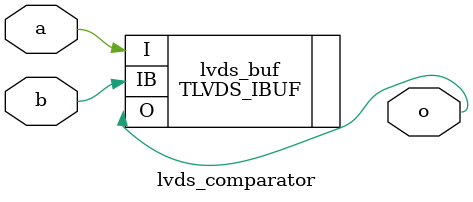
<source format=v>
`timescale 1ns/1ps

module lvds_comparator(
    input wire a,
    input wire b,
    output wire o
);
    TLVDS_IBUF lvds_buf (
        .O(o),
        .I(a),
        .IB(b)
    );
endmodule
</source>
